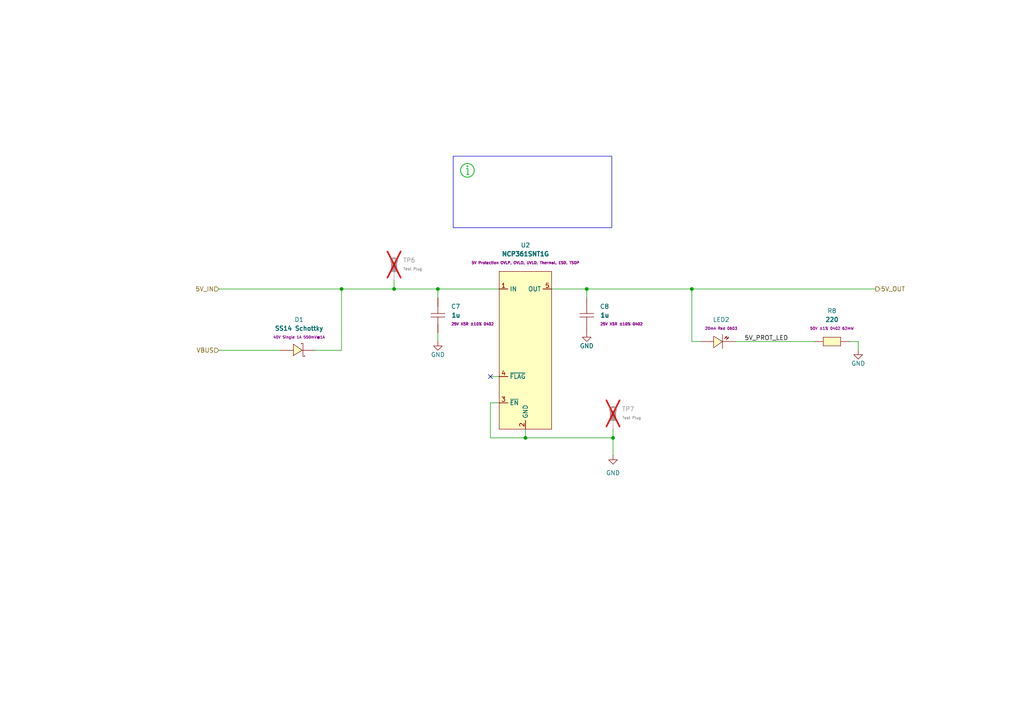
<source format=kicad_sch>
(kicad_sch (version 20231120) (generator "eeschema") (generator_version "8.0")
  (paper "A4")
  (lib_symbols
    (symbol "LiveAstra:C_1uF_X5R_0402" (pin_numbers hide) (pin_names hide)
      (property "Reference" "C" (at 0 8.89 0))
      (property "Value" "1u" (at 0 6.35 0))
      (property "Extra Values" "25V X5R ±10% 0402" (at 0 3.81 0))
      (symbol "C_1uF_X5R_0402_0_1"
        (polyline (pts (xy -0.51 -2.03) (xy -0.51 2.03)))
        (polyline (pts (xy -0.51 0) (xy -2.54 0)))
        (polyline (pts (xy 0.51 2.03) (xy 0.51 -2.03)))
        (polyline (pts (xy 2.54 0) (xy 0.51 0)))
      )
      (symbol "C_1uF_X5R_0402_1_1"
        (pin passive line (at -5.08 0 0) (length 2.54) (name "1") (number "1"))
        (pin passive line (at 5.08 0 180) (length 2.54) (name "2") (number "2"))
      )
    )
    (symbol "LiveAstra:D_Schottky_SS14_1A_40V" (pin_numbers hide) (pin_names hide)
      (property "Reference" "D" (at 0 8.89 0))
      (property "Value" "SS14 Schottky" (at 0 6.35 0))
      (property "Extra Values" "40V Single 1A 550mV@1A" (at 0 3.81 0))
      (symbol "D_Schottky_SS14_1A_40V_0_1"
        (polyline (pts (xy 1.27 1.52) (xy -1.27 0) (xy 1.27 -1.78) (xy 1.27 1.52)) (fill (type background)))
        (polyline (pts (xy -2.03 1.52) (xy -2.03 1.78) (xy -1.52 1.78) (xy -1.52 -2.03) (xy -1.02 -2.03) (xy -1.02 -1.78)))
      )
      (symbol "D_Schottky_SS14_1A_40V_1_1"
        (pin passive line (at -5.08 0 0) (length 3.81) (name "K") (number "1"))
        (pin passive line (at 5.08 0 180) (length 3.81) (name "A") (number "2"))
      )
    )
    (symbol "LiveAstra:LED_RED_20mA_0603" (pin_numbers hide) (pin_names hide)
      (property "Reference" "LED" (at 0 6.35 0))
      (property "Extra Values" "20mA Red 0603" (at 0 3.81 0))
      (symbol "LED_RED_20mA_0603_0_1"
        (polyline (pts (xy 1.27 -2.03) (xy 1.27 2.03)))
        (polyline (pts (xy 1.778 0.762) (xy 2.286 1.27)))
        (polyline (pts (xy 2.286 0.508) (xy 2.794 1.016)))
        (polyline (pts (xy -1.27 1.52) (xy 1.27 0) (xy -1.27 -1.78) (xy -1.27 1.52)) (fill (type background)))
        (polyline (pts (xy 2.54 1.524) (xy 2.286 1.016) (xy 2.032 1.27) (xy 2.54 1.524)) (fill (type background)))
        (polyline (pts (xy 3.048 1.27) (xy 2.794 0.762) (xy 2.54 1.016) (xy 3.048 1.27)) (fill (type background)))
      )
      (symbol "LED_RED_20mA_0603_1_1"
        (pin passive line (at 5.08 0 180) (length 3.81) (name "K") (number "1"))
        (pin passive line (at -5.08 0 0) (length 3.81) (name "A") (number "2"))
      )
    )
    (symbol "LiveAstra:R_220Ohm_0402_62mW" (pin_numbers hide) (pin_names hide)
      (property "Reference" "R" (at 0 7.62 0))
      (property "Value" "220" (at 0 5.08 0))
      (property "Extra Values" "50V ±1% 0402 62mW" (at 0 2.54 0))
      (symbol "R_220Ohm_0402_62mW_0_1"
        (rectangle (start -2.54 1.27) (end 2.54 -1.27) (fill (type background)))
      )
      (symbol "R_220Ohm_0402_62mW_1_1"
        (pin passive line (at -5.08 0 0) (length 2.54) (name "1") (number "1"))
        (pin passive line (at 5.08 0 180) (length 2.54) (name "2") (number "2"))
      )
    )
    (symbol "LiveAstra:TestPoint_Thimble" (pin_numbers hide) (pin_names hide) (in_bom no)
      (property "Reference" "TP" (at 0 9.5043 0))
      (property "Extra Values" "Test Plug" (at 0 7.62 0))
      (symbol "TestPoint_Thimble_1_1"
        (rectangle (start -0.762 5.08) (end 0.762 2.54) (stroke (width 0.254)) (fill (type outline)))
        (arc (start 0.508 4.9323) (mid 0 6.4175) (end -0.508 4.9323) (stroke (width 0.508)))
        (pin passive line (at 0 0 90) (length 2.54) (name "1") (number "1"))
      )
    )
    (symbol "LiveAstra:U_NCP361SNT1G_5V_Protection_IC_TSOP"
      (property "Reference" "U" (at 0 33.02 0))
      (property "Value" "NCP361SNT1G" (at 0 29.21 0))
      (property "Extra Values" "5V Protection OVLP, OVLO, UVLO, Thermal, ESD, TSOP" (at 1.27 25.4 0))
      (symbol "U_NCP361SNT1G_5V_Protection_IC_TSOP_0_1"
        (rectangle (start -7.62 22.86) (end 7.62 -22.86) (fill (type background)))
      )
      (symbol "U_NCP361SNT1G_5V_Protection_IC_TSOP_1_1"
        (pin power_in line (at -7.62 17.78 0) (length 2.54) (name "IN") (number "1"))
        (pin power_in line (at 0 -22.86 90) (length 2.54) (name "GND") (number "2"))
        (pin input line (at -7.62 -15.24 0) (length 2.54) (name "~{EN}") (number "3"))
        (pin input line (at -7.62 -7.62 0) (length 2.54) (name "~{FLAG}") (number "4"))
        (pin power_out line (at 7.62 17.78 180) (length 2.54) (name "OUT") (number "5"))
      )
    )
    (symbol "power:GND" (power) (pin_numbers hide) (pin_names (offset 0) hide)
      (property "Value" "GND" (at 0 -3.81 0))
      (symbol "GND_0_1"
        (polyline (pts (xy 0 0) (xy 0 -1.27) (xy 1.27 -1.27) (xy 0 -2.54) (xy -1.27 -1.27) (xy 0 -1.27)))
      )
      (symbol "GND_1_1"
        (pin power_in line (at 0 0 270) (length 0) (name "~") (number "1"))
      )
    )
  )
  (junction (at 99.06 83.82))
  (junction (at 200.66 83.82))
  (junction (at 127 83.82))
  (junction (at 177.8 127))
  (junction (at 152.4 127))
  (junction (at 170.18 83.82))
  (junction (at 114.3 83.82))
  (no_connect (at 142.24 109.22))
  (wire (pts (xy 200.66 99.06) (xy 200.66 83.82)))
  (wire (pts (xy 177.8 127) (xy 177.8 132.08)))
  (wire (pts (xy 160.02 83.82) (xy 170.18 83.82)))
  (wire (pts (xy 63.5 101.6) (xy 81.28 101.6)))
  (wire (pts (xy 114.3 83.82) (xy 127 83.82)))
  (wire (pts (xy 248.92 99.06) (xy 246.38 99.06)))
  (wire (pts (xy 63.5 83.82) (xy 99.06 83.82)))
  (wire (pts (xy 177.8 124.46) (xy 177.8 127)))
  (wire (pts (xy 200.66 83.82) (xy 254 83.82)))
  (wire (pts (xy 127 86.36) (xy 127 83.82)))
  (wire (pts (xy 170.18 83.82) (xy 170.18 86.36)))
  (wire (pts (xy 152.4 127) (xy 177.8 127)))
  (wire (pts (xy 114.3 81.28) (xy 114.3 83.82)))
  (wire (pts (xy 170.18 83.82) (xy 200.66 83.82)))
  (wire (pts (xy 152.4 124.46) (xy 152.4 127)))
  (wire (pts (xy 142.24 116.84) (xy 142.24 127)))
  (wire (pts (xy 142.24 127) (xy 152.4 127)))
  (wire (pts (xy 200.66 99.06) (xy 203.2 99.06)))
  (wire (pts (xy 127 83.82) (xy 144.78 83.82)))
  (wire (pts (xy 99.06 101.6) (xy 99.06 83.82)))
  (wire (pts (xy 127 99.06) (xy 127 96.52)))
  (wire (pts (xy 142.24 109.22) (xy 144.78 109.22)))
  (wire (pts (xy 248.92 101.6) (xy 248.92 99.06)))
  (wire (pts (xy 142.24 116.84) (xy 144.78 116.84)))
  (wire (pts (xy 91.44 101.6) (xy 99.06 101.6)))
  (wire (pts (xy 236.22 99.06) (xy 213.36 99.06)))
  (wire (pts (xy 99.06 83.82) (xy 114.3 83.82)))
  (polyline (pts (xy 135.5667 47.3) (xy 135.5667 47.3)) (stroke (width -0.0001) (type solid)))
  (polyline (pts (xy 135.5798 48.7555) (xy 135.5928 48.7565) (xy 135.6057 48.7581) (xy 135.6185 48.7603) (xy 135.6312 48.7632) (xy 135.6436 48.7666) (xy 135.6559 48.7707) (xy 135.6679 48.7753) (xy 135.6797 48.7806) (xy 135.6913 48.7864) (xy 135.7025 48.7927) (xy 135.7135 48.7997) (xy 135.7241 48.8071) (xy 135.7343 48.8151) (xy 135.7442 48.8237) (xy 135.7538 48.8327) (xy 135.7628 48.8422) (xy 135.7713 48.8521) (xy 135.7793 48.8624) (xy 135.7868 48.873) (xy 135.7937 48.8839) (xy 135.8001 48.8952) (xy 135.8059 48.9067) (xy 135.8111 48.9185) (xy 135.8158 48.9306) (xy 135.8198 48.9428) (xy 135.8233 48.9553) (xy 135.8261 48.9679) (xy 135.8284 48.9807) (xy 135.83 48.9936) (xy 135.8309 49.0067) (xy 135.8312 49.0198) (xy 135.8312 50.475) (xy 136.0958 50.475) (xy 136.0958 50.7396) (xy 135.3021 50.7396) (xy 135.3021 50.475) (xy 135.5667 50.475) (xy 135.5667 49.0198) (xy 135.1698 49.0198) (xy 135.1698 48.7552) (xy 135.5667 48.7552) (xy 135.5798 48.7555)) (stroke (width -0.0001) (type solid)) (fill (type color) (color 34 187 51 1)))
  (polyline (pts (xy 135.6716 47.3026) (xy 135.7759 47.3104) (xy 135.8792 47.3232) (xy 135.9815 47.341) (xy 136.0826 47.3638) (xy 136.1823 47.3915) (xy 136.2804 47.4239) (xy 136.3767 47.4611) (xy 136.4711 47.5029) (xy 136.5634 47.5494) (xy 136.6534 47.6003) (xy 136.741 47.6556) (xy 136.826 47.7153) (xy 136.9081 47.7793) (xy 136.9873 47.8476) (xy 137.0634 47.92) (xy 137.1358 47.996) (xy 137.204 48.0752) (xy 137.268 48.1574) (xy 137.3277 48.2423) (xy 137.3831 48.3299) (xy 137.434 48.4199) (xy 137.4804 48.5123) (xy 137.5222 48.6067) (xy 137.5594 48.703) (xy 137.5918 48.8011) (xy 137.6195 48.9007) (xy 137.6423 49.0018) (xy 137.6601 49.1041) (xy 137.673 49.2075) (xy 137.6807 49.3117) (xy 137.6833 49.4167) (xy 137.6818 49.4967) (xy 137.6773 49.5761) (xy 137.6699 49.6549) (xy 137.6596 49.7331) (xy 137.6465 49.8104) (xy 137.6305 49.887) (xy 137.6118 49.9626) (xy 137.5904 50.0373) (xy 137.5663 50.111) (xy 137.5396 50.1836) (xy 137.5103 50.255) (xy 137.4784 50.3252) (xy 137.4441 50.3942) (xy 137.4073 50.4618) (xy 137.3682 50.5279) (xy 137.3266 50.5926) (xy 137.2827 50.6558) (xy 137.2366 50.7173) (xy 137.1882 50.7771) (xy 137.1377 50.8352) (xy 137.085 50.8915) (xy 137.0302 50.9459) (xy 136.9734 50.9984) (xy 136.9145 51.0488) (xy 136.8537 51.0972) (xy 136.791 51.1434) (xy 136.7264 51.1875) (xy 136.6599 51.2292) (xy 136.5917 51.2687) (xy 136.5217 51.3057) (xy 136.45 51.3402) (xy 136.3767 51.3722) (xy 136.2271 51.4277) (xy 136.0753 51.4714) (xy 135.922 51.5034) (xy 135.7677 51.5239) (xy 135.6131 51.5329) (xy 135.4589 51.5306) (xy 135.3055 51.5172) (xy 135.1537 51.4927) (xy 135.0041 51.4572) (xy 134.8573 51.411) (xy 134.7139 51.354) (xy 134.5745 51.2865) (xy 134.4398 51.2086) (xy 134.3104 51.1203) (xy 134.1869 51.0219) (xy 134.07 50.9134) (xy 133.9614 50.7964) (xy 133.863 50.6729) (xy 133.7747 50.5435) (xy 133.6968 50.4088) (xy 133.6293 50.2694) (xy 133.5724 50.126) (xy 133.5261 49.9792) (xy 133.4907 49.8296) (xy 133.4662 49.6778) (xy 133.4527 49.5245) (xy 133.4517 49.4573) (xy 133.715 49.4573) (xy 133.7229 49.5926) (xy 133.7408 49.7276) (xy 133.7688 49.8617) (xy 133.807 49.9945) (xy 133.8556 50.1254) (xy 133.9138 50.2523) (xy 133.9807 50.3733) (xy 134.0557 50.4879) (xy 134.1385 50.596) (xy 134.2286 50.6973) (xy 134.3254 50.7913) (xy 134.4286 50.8779) (xy 134.5377 50.9566) (xy 134.6522 51.0273) (xy 134.7717 51.0895) (xy 134.8956 51.143) (xy 135.0236 51.1874) (xy 135.1552 51.2225) (xy 135.2898 51.248) (xy 135.4272 51.2635) (xy 135.5667 51.2687) (xy 135.6585 51.2665) (xy 135.7497 51.2597) (xy 135.8402 51.2485) (xy 135.9297 51.2328) (xy 136.0181 51.2129) (xy 136.1053 51.1887) (xy 136.1911 51.1603) (xy 136.2754 51.1278) (xy 136.358 51.0912) (xy 136.4388 51.0506) (xy 136.5176 51.006) (xy 136.5942 50.9576) (xy 136.6685 50.9053) (xy 136.7404 50.8493) (xy 136.8097 50.7896) (xy 136.8763 50.7263) (xy 136.9396 50.6597) (xy 136.9993 50.5904) (xy 137.0553 50.5185) (xy 137.1076 50.4442) (xy 137.156 50.3676) (xy 137.2006 50.2888) (xy 137.2412 50.208) (xy 137.2778 50.1254) (xy 137.3103 50.0411) (xy 137.3387 49.9553) (xy 137.3629 49.8681) (xy 137.3828 49.7797) (xy 137.3985 49.6902) (xy 137.4097 49.5997) (xy 137.4165 49.5085) (xy 137.4187 49.4167) (xy 137.4174 49.3467) (xy 137.4135 49.2772) (xy 137.407 49.2082) (xy 137.398 49.1398) (xy 137.3865 49.0721) (xy 137.3725 49.0052) (xy 137.3562 48.939) (xy 137.3374 48.8736) (xy 137.3163 48.8091) (xy 137.293 48.7456) (xy 137.2673 48.6831) (xy 137.2395 48.6217) (xy 137.2094 48.5613) (xy 137.1773 48.5022) (xy 137.143 48.4443) (xy 137.1066 48.3877) (xy 137.0682 48.3325) (xy 137.0279 48.2786) (xy 136.9855 48.2263) (xy 136.9413 48.1754) (xy 136.8952 48.1262) (xy 136.8473 48.0786) (xy 136.7975 48.0327) (xy 136.746 47.9885) (xy 136.6928 47.9462) (xy 136.6379 47.9057) (xy 136.5814 47.8672) (xy 136.5233 47.8307) (xy 136.4636 47.7962) (xy 136.4023 47.7638) (xy 136.3396 47.7336) (xy 136.2754 47.7056) (xy 136.1445 47.657) (xy 136.0117 47.6188) (xy 135.8776 47.5908) (xy 135.7426 47.5729) (xy 135.6073 47.565) (xy 135.4723 47.567) (xy 135.3382 47.5787) (xy 135.2053 47.6002) (xy 135.0744 47.6312) (xy 134.946 47.6717) (xy 134.8205 47.7215) (xy 134.6986 47.7805) (xy 134.5807 47.8487) (xy 134.4675 47.926) (xy 134.3594 48.0121) (xy 134.257 48.107) (xy 134.1621 48.2094) (xy 134.076 48.3175) (xy 133.9987 48.4307) (xy 133.9305 48.5486) (xy 133.8715 48.6705) (xy 133.8217 48.796) (xy 133.7812 48.9244) (xy 133.7502 49.0553) (xy 133.7287 49.1882) (xy 133.717 49.3223) (xy 133.715 49.4573) (xy 133.4517 49.4573) (xy 133.4504 49.3702) (xy 133.4595 49.2156) (xy 133.4799 49.0614) (xy 133.5119 48.908) (xy 133.5556 48.7563) (xy 133.6111 48.6067) (xy 133.6777 48.4616) (xy 133.7541 48.3234) (xy 133.8399 48.1924) (xy 133.9345 48.0688) (xy 134.0374 47.9531) (xy 134.1481 47.8456) (xy 134.266 47.7467) (xy 134.3907 47.6567) (xy 134.5216 47.576) (xy 134.6581 47.5049) (xy 134.7997 47.4437) (xy 134.946 47.3929) (xy 135.0964 47.3528) (xy 135.2503 47.3237) (xy 135.4072 47.306) (xy 135.5667 47.3) (xy 135.6716 47.3026)) (stroke (width -0.0001) (type solid)) (fill (type color) (color 34 187 51 1)))
  (polyline (pts (xy 135.5803 47.9618) (xy 135.5937 47.9628) (xy 135.607 47.9645) (xy 135.62 47.9668) (xy 135.6328 47.9698) (xy 135.6453 47.9734) (xy 135.6576 47.9775) (xy 135.6697 47.9823) (xy 135.6814 47.9875) (xy 135.6928 47.9934) (xy 135.7039 47.9998) (xy 135.7146 48.0066) (xy 135.725 48.014) (xy 135.735 48.0219) (xy 135.7446 48.0302) (xy 135.7538 48.039) (xy 135.7625 48.0481) (xy 135.7708 48.0577) (xy 135.7787 48.0677) (xy 135.7861 48.0781) (xy 135.7929 48.0888) (xy 135.7993 48.0999) (xy 135.8052 48.1113) (xy 135.8105 48.1231) (xy 135.8152 48.1351) (xy 135.8194 48.1474) (xy 135.8229 48.1599) (xy 135.8259 48.1727) (xy 135.8282 48.1857) (xy 135.8299 48.199) (xy 135.8309 48.2124) (xy 135.8312 48.226) (xy 135.8309 48.2397) (xy 135.8299 48.2531) (xy 135.8282 48.2663) (xy 135.8259 48.2794) (xy 135.8229 48.2922) (xy 135.8194 48.3047) (xy 135.8152 48.317) (xy 135.8105 48.329) (xy 135.8052 48.3407) (xy 135.7993 48.3522) (xy 135.7929 48.3632) (xy 135.7861 48.374) (xy 135.7787 48.3843) (xy 135.7708 48.3943) (xy 135.7625 48.4039) (xy 135.7538 48.4131) (xy 135.7446 48.4219) (xy 135.735 48.4302) (xy 135.725 48.4381) (xy 135.7146 48.4454) (xy 135.7039 48.4523) (xy 135.6928 48.4587) (xy 135.6814 48.4645) (xy 135.6697 48.4698) (xy 135.6576 48.4746) (xy 135.6453 48.4787) (xy 135.6328 48.4823) (xy 135.62 48.4852) (xy 135.607 48.4876) (xy 135.5937 48.4893) (xy 135.5803 48.4903) (xy 135.5667 48.4906) (xy 135.5531 48.4903) (xy 135.5396 48.4893) (xy 135.5264 48.4876) (xy 135.5133 48.4852) (xy 135.5005 48.4823) (xy 135.488 48.4787) (xy 135.4757 48.4746) (xy 135.4637 48.4698) (xy 135.452 48.4645) (xy 135.4406 48.4587) (xy 135.4295 48.4523) (xy 135.4187 48.4454) (xy 135.4084 48.4381) (xy 135.3984 48.4302) (xy 135.3888 48.4219) (xy 135.3796 48.4131) (xy 135.3708 48.4039) (xy 135.3625 48.3943) (xy 135.3546 48.3843) (xy 135.3473 48.374) (xy 135.3404 48.3632) (xy 135.334 48.3522) (xy 135.3282 48.3407) (xy 135.3229 48.329) (xy 135.3181 48.317) (xy 135.314 48.3047) (xy 135.3104 48.2922) (xy 135.3075 48.2794) (xy 135.3051 48.2663) (xy 135.3034 48.2531) (xy 135.3024 48.2397) (xy 135.3021 48.226) (xy 135.3024 48.2124) (xy 135.3034 48.199) (xy 135.3051 48.1857) (xy 135.3075 48.1727) (xy 135.3104 48.1599) (xy 135.314 48.1474) (xy 135.3181 48.1351) (xy 135.3229 48.1231) (xy 135.3282 48.1113) (xy 135.334 48.0999) (xy 135.3404 48.0888) (xy 135.3473 48.0781) (xy 135.3546 48.0677) (xy 135.3625 48.0577) (xy 135.3708 48.0481) (xy 135.3796 48.039) (xy 135.3888 48.0302) (xy 135.3984 48.0219) (xy 135.4084 48.014) (xy 135.4187 48.0066) (xy 135.4295 47.9998) (xy 135.4406 47.9934) (xy 135.452 47.9875) (xy 135.4637 47.9823) (xy 135.4757 47.9775) (xy 135.488 47.9734) (xy 135.5005 47.9698) (xy 135.5133 47.9668) (xy 135.5264 47.9645) (xy 135.5396 47.9628) (xy 135.5531 47.9618) (xy 135.5667 47.9615) (xy 135.5803 47.9618)) (stroke (width -0.0001) (type solid)) (fill (type color) (color 34 187 51 1)))
  (rectangle (start 131.45 45.3) (end 177.45 66.04))
  (text "Information" (at 139.7 50.8 0) (effects (font (size 3 3)) (justify left)))
  (text "Overvoltage: 5.67V\nUndervoltage: 3V\nMax current: 600mA - 780mA\nMax V_{IN}: 21V" (at 133.45 54.55 0) (effects (font (size 1.5 1.5)) (justify left top)))
  (label "5V_PROT_LED" (at 215.9 99.06 0))
  (hierarchical_label "5V_OUT" (shape output) (at 254 83.82 0))
  (hierarchical_label "5V_IN" (shape input) (at 63.5 83.82 180))
  (hierarchical_label "VBUS" (shape input) (at 63.5 101.6 180))
  (symbol (lib_id "LiveAstra:C_1uF_X5R_0402") (at 127 91.44 90) (unit 1)
    (property "Reference" "C7" (at 130.81 88.8999 90) (effects (justify right)))
    (property "Value" "1u" (at 130.81 91.44 90) (effects (font (bold yes)) (justify right)))
    (property "Footprint" "LiveAstra:C_0402_1005Metric" (effects (hide yes)))
    (property "Datasheet" "https://lcsc.com/product-detail/Multilayer-Ceramic-Capacitors-MLCC-SMD-SMT_SAMSUNG_CL05A105KA5NQNC_1uF-105-10-25V_C52923.html" (effects (hide yes)))
    (property "Description" "Multilayer Ceramic Capacitor" (effects (hide yes)))
    (property "LCSC Part" "C52923" (effects (hide yes)))
    (property "Extra Values" "25V X5R ±10% 0402" (at 130.81 93.9799 90) (effects (font (size 0.762 0.762) (bold yes)) (justify right)))
  )
  (symbol (lib_id "LiveAstra:D_Schottky_SS14_1A_40V") (at 86.36 101.6 180) (unit 1)
    (property "Reference" "D1" (at 86.74 92.71 0))
    (property "Value" "SS14 Schottky" (at 86.74 95.25 0) (effects (font (bold yes))))
    (property "Footprint" "LiveAstra:D_SMA_SS14_C2480" (effects (hide yes)))
    (property "Datasheet" "https://lcsc.com/product-detail/Schottky-Barrier-Diodes-SBD_SS14_C2480.html" (effects (hide yes)))
    (property "Description" "Schottky Barrier Diode" (effects (hide yes)))
    (property "LCSC Part" "C2480" (effects (hide yes)))
    (property "Extra Values" "40V Single 1A 550mV@1A" (at 86.74 97.79 0) (effects (font (size 0.762 0.762) (bold yes))))
  )
  (symbol (lib_id "LiveAstra:LED_RED_20mA_0603") (at 208.28 99.06 0) (unit 1)
    (property "Reference" "LED2" (at 209.169 92.71 0))
    (property "Value" "LED_RED_20mA_0603" (effects (hide yes)))
    (property "Footprint" "LiveAstra:LED_0603_1608Metric" (effects (hide yes)))
    (property "Datasheet" "https://lcsc.com/product-detail/Light-Emitting-Diodes-LED_Red-LED-0603_C2286.html" (effects (hide yes)))
    (property "Description" "0603 Smd LED Emitting Color Red" (effects (hide yes)))
    (property "LCSC Part" "C2286" (effects (hide yes)))
    (property "Extra Values" "20mA Red 0603" (at 209.169 95.25 0) (effects (font (size 0.762 0.762) (bold yes))))
  )
  (symbol (lib_id "LiveAstra:TestPoint_Thimble") (at 177.8 124.46 0) (unit 1) (in_bom no) (dnp yes)
    (property "Reference" "TP7" (at 180.34 118.6476 0) (effects (justify left)))
    (property "Value" "TestPoint_Thimble" (effects (hide yes)))
    (property "Footprint" "LiveAstra:TestPoint_Loop_D3.50mm_Drill0.9mm_Beaded" (effects (hide yes)))
    (property "LCSC Part" "C5277086" (effects (hide yes)))
    (property "Extra Values" "Test Plug" (at 180.34 121.1876 0) (effects (font (size 0.762 0.762) (bold yes)) (justify left)))
  )
  (symbol (lib_id "power:GND") (at 248.92 101.6 0) (unit 1)
    (property "Reference" "#PWR020" (effects (hide yes)))
    (property "Value" "GND" (at 248.92 105.41 0))
    (property "Description" "Power symbol creates a global label with name \"GND\" , ground" (effects (hide yes)))
  )
  (symbol (lib_id "power:GND") (at 177.8 132.08 0) (unit 1)
    (property "Reference" "#PWR019" (effects (hide yes)))
    (property "Value" "GND" (at 177.8 137.16 0))
    (property "Description" "Power symbol creates a global label with name \"GND\" , ground" (effects (hide yes)))
  )
  (symbol (lib_id "power:GND") (at 170.18 96.52 0) (unit 1)
    (property "Reference" "#PWR018" (effects (hide yes)))
    (property "Value" "GND" (at 170.18 100.33 0))
    (property "Description" "Power symbol creates a global label with name \"GND\" , ground" (effects (hide yes)))
  )
  (symbol (lib_id "LiveAstra:R_220Ohm_0402_62mW") (at 241.3 99.06 180) (unit 1)
    (property "Reference" "R8" (at 241.3 90.17 0))
    (property "Value" "220" (at 241.3 92.71 0) (effects (font (bold yes))))
    (property "Footprint" "LiveAstra:R_0402_1005Metric" (effects (hide yes)))
    (property "Datasheet" "https://lcsc.com/product-detail/Chip-Resistor-Surface-Mount-UniOhm_220R-2200-1_C25091.html" (effects (hide yes)))
    (property "Description" "Thick Film Resistors" (effects (hide yes)))
    (property "LCSC Part" "C25091" (effects (hide yes)))
    (property "Extra Values" "50V ±1% 0402 62mW" (at 241.3 95.25 0) (effects (font (size 0.762 0.762) (bold yes))))
  )
  (symbol (lib_id "LiveAstra:U_NCP361SNT1G_5V_Protection_IC_TSOP") (at 152.4 101.6 0) (unit 1)
    (property "Reference" "U2" (at 152.4 71.12 0))
    (property "Value" "NCP361SNT1G" (at 152.4 73.66 0) (effects (font (bold yes))))
    (property "Footprint" "LiveAstra:5V_PROTECTION_NCP361SNT1G_TSOP-5" (effects (hide yes)))
    (property "Datasheet" "https://lcsc.com/product-detail/PMIC-Supervisors_ON-Semicon_NCP361SNT1G_ON-Semicon-ON-NCP361SNT1G_C233714.html" (effects (hide yes)))
    (property "Description" "USB Positive Overvoltage Protection Controller with Internal PMOS FET and Overcurrent Protection" (effects (hide yes)))
    (property "LCSC Part" "C233714" (effects (hide yes)))
    (property "Extra Values" "5V Protection OVLP, OVLO, UVLO, Thermal, ESD, TSOP" (at 152.4 76.2 0) (effects (font (size 0.762 0.762) (bold yes))))
  )
  (symbol (lib_id "LiveAstra:C_1uF_X5R_0402") (at 170.18 91.44 270) (unit 1)
    (property "Reference" "C8" (at 173.99 88.8999 90) (effects (justify left)))
    (property "Value" "1u" (at 173.99 91.44 90) (effects (font (bold yes)) (justify left)))
    (property "Footprint" "LiveAstra:C_0402_1005Metric" (effects (hide yes)))
    (property "Datasheet" "https://lcsc.com/product-detail/Multilayer-Ceramic-Capacitors-MLCC-SMD-SMT_SAMSUNG_CL05A105KA5NQNC_1uF-105-10-25V_C52923.html" (effects (hide yes)))
    (property "Description" "Multilayer Ceramic Capacitor" (effects (hide yes)))
    (property "LCSC Part" "C52923" (effects (hide yes)))
    (property "Extra Values" "25V X5R ±10% 0402" (at 173.99 93.9799 90) (effects (font (size 0.762 0.762) (bold yes)) (justify left)))
  )
  (symbol (lib_id "power:GND") (at 127 99.06 0) (unit 1)
    (property "Reference" "#PWR017" (effects (hide yes)))
    (property "Value" "GND" (at 127 102.87 0))
    (property "Description" "Power symbol creates a global label with name \"GND\" , ground" (effects (hide yes)))
  )
  (symbol (lib_id "LiveAstra:TestPoint_Thimble") (at 114.3 81.28 0) (unit 1) (in_bom no) (dnp yes)
    (property "Reference" "TP6" (at 116.84 75.4676 0) (effects (justify left)))
    (property "Value" "TestPoint_Thimble" (effects (hide yes)))
    (property "Footprint" "LiveAstra:TestPoint_Loop_D3.50mm_Drill0.9mm_Beaded" (effects (hide yes)))
    (property "LCSC Part" "C5277086" (effects (hide yes)))
    (property "Extra Values" "Test Plug" (at 116.84 78.0076 0) (effects (font (size 0.762 0.762) (bold yes)) (justify left)))
  )
)
</source>
